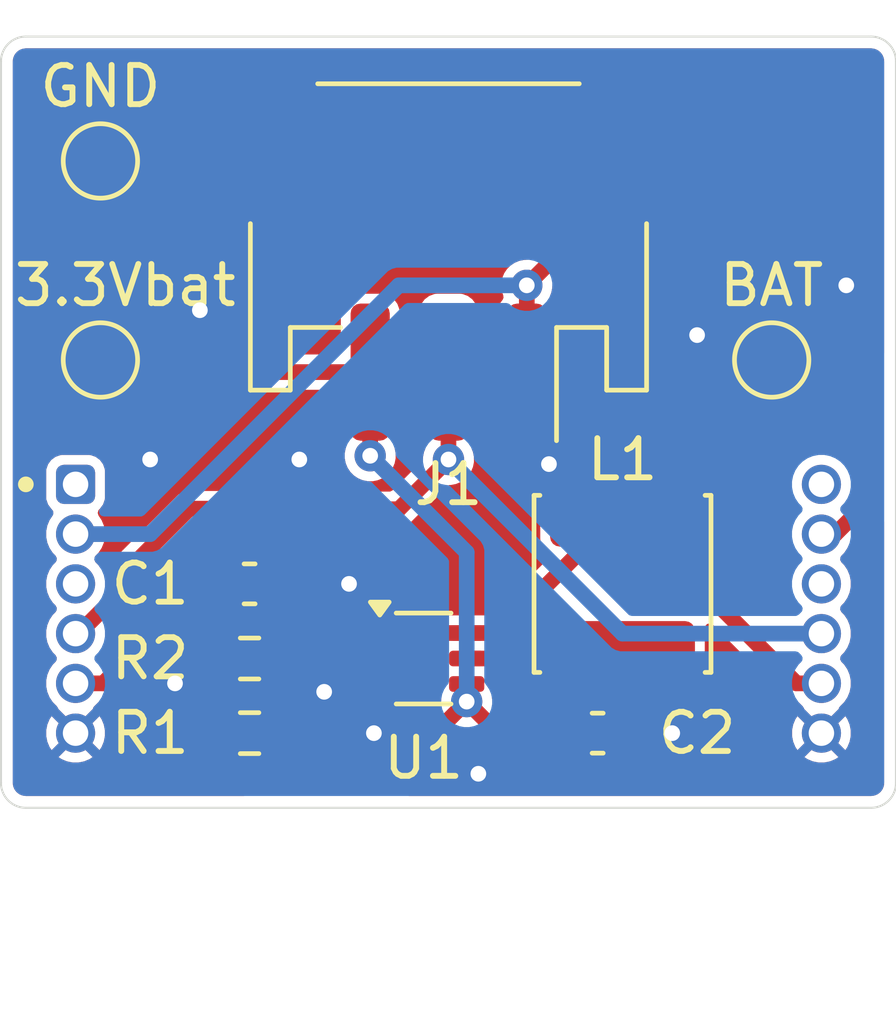
<source format=kicad_pcb>
(kicad_pcb (version 20241229) (generator "pcbnew") (generator_version "9.0")
  (layers (0 "F.Cu" signal) (2 "B.Cu" signal) (13 "F.Paste" user) (15 "B.Paste" user) (5 "F.SilkS" user "F.Silkscreen") (7 "B.SilkS" user "B.Silkscreen") (1 "F.Mask" user) (3 "B.Mask" user) (25 "Edge.Cuts" user))
  (net 0 "")
  (net 1 "GND")
  (net 2 "VBAT")
  (net 3 "/Vbat")
  (net 4 "3.3Vin")
  (net 5 "3.3Vout")
  (net 10 "Net-(U1-L)")
  (net 11 "Net-(U1-FB)")
  (footprint "Resistor_SMD:R_0603_1608Metric" (layer "F.Cu") (at 147.32 104.775)
    (property "Reference" "R1" (at -2.54 0 0) (layer "F.SilkS"))
    (property "Value" "1.2M")
    (fp_line (start -0.237258 -0.5225) (end 0.237258 -0.5225) (stroke (width 0.12)) (layer "F.SilkS"))
    (fp_line (start -0.237258 0.5225) (end 0.237258 0.5225) (stroke (width 0.12)) (layer "F.SilkS"))
    (pad "1" smd roundrect (at -0.825 0) (size 0.8 0.95) (layers "F.Cu" "F.Mask" "F.Paste") (net 3 "/Vbat"))
    (pad "2" smd roundrect (at 0.825 0) (size 0.8 0.95) (layers "F.Cu" "F.Mask" "F.Paste") (net 11 "Net-(U1-FB)"))
  )
  (footprint "Resistor_SMD:R_0603_1608Metric" (layer "F.Cu") (at 147.32 102.87 180)
    (property "Reference" "R2" (at 2.54 0 0) (layer "F.SilkS"))
    (property "Value" "220k")
    (fp_line (start -0.237258 0.5225) (end 0.237258 0.5225) (stroke (width 0.12)) (layer "F.SilkS"))
    (fp_line (start -0.237258 -0.5225) (end 0.237258 -0.5225) (stroke (width 0.12)) (layer "F.SilkS"))
    (pad "1" smd roundrect (at -0.825 0 180) (size 0.8 0.95) (layers "F.Cu" "F.Mask" "F.Paste") (net 11 "Net-(U1-FB)"))
    (pad "2" smd roundrect (at 0.825 0 180) (size 0.8 0.95) (layers "F.Cu" "F.Mask" "F.Paste") (net 1 "GND"))
  )
  (footprint "TestPoint:TestPoint_Pad_D1.5mm" (layer "F.Cu") (at 143.51 90.17)
    (property "Reference" "TP3" (hide yes))
    (property "Value" "GND" (at 0 -1.905 0) (layer "F.SilkS"))
    (fp_circle (center 0 0) (end 0 0.95) (stroke (width 0.12)) (fill no) (layer "F.SilkS"))
    (pad "1" smd circle (at 0 0) (size 1.5 1.5) (layers "F.Cu" "F.Mask") (net 1 "GND"))
  )
  (footprint "Capacitor_SMD:C_0603_1608Metric" (layer "F.Cu") (at 156.21 104.775)
    (property "Reference" "C2" (at 2.54 0 0) (layer "F.SilkS"))
    (property "Value" "10uF")
    (fp_line (start -0.14058 -0.51) (end 0.14058 -0.51) (stroke (width 0.12)) (layer "F.SilkS"))
    (fp_line (start -0.14058 0.51) (end 0.14058 0.51) (stroke (width 0.12)) (layer "F.SilkS"))
    (pad "1" smd roundrect (at -0.775 0) (size 0.9 0.95) (layers "F.Cu" "F.Mask" "F.Paste") (net 3 "/Vbat"))
    (pad "2" smd roundrect (at 0.775 0) (size 0.9 0.95) (layers "F.Cu" "F.Mask" "F.Paste") (net 1 "GND"))
  )
  (footprint "Capacitor_SMD:C_0603_1608Metric" (layer "F.Cu") (at 147.32 100.965 180)
    (property "Reference" "C1" (at 2.54 0 0) (layer "F.SilkS"))
    (property "Value" "10uF")
    (fp_line (start -0.14058 0.51) (end 0.14058 0.51) (stroke (width 0.12)) (layer "F.SilkS"))
    (fp_line (start -0.14058 -0.51) (end 0.14058 -0.51) (stroke (width 0.12)) (layer "F.SilkS"))
    (pad "1" smd roundrect (at -0.775 0 180) (size 0.9 0.95) (layers "F.Cu" "F.Mask" "F.Paste") (net 2 "VBAT"))
    (pad "2" smd roundrect (at 0.775 0 180) (size 0.9 0.95) (layers "F.Cu" "F.Mask" "F.Paste") (net 1 "GND"))
  )
  (footprint "Connector_JST:JST_PH_S3B-PH-SM4-TB_1x03-1MP_P2.00mm_Horizontal" (layer "F.Cu") (at 152.4 92.71 180)
    (property "Reference" "J1" (at 0 -5.715 0) (layer "F.SilkS"))
    (property "Value" "Ext. SW_SPDT")
    (fp_line (start 5.06 0.94) (end 5.06 -3.31) (stroke (width 0.12)) (layer "F.SilkS"))
    (fp_line (start 5.06 -3.31) (end 4.04 -3.31) (stroke (width 0.12)) (layer "F.SilkS"))
    (fp_line (start 4.04 -1.71) (end 2.76 -1.71) (stroke (width 0.12)) (layer "F.SilkS"))
    (fp_line (start 4.04 -3.31) (end 4.04 -1.71) (stroke (width 0.12)) (layer "F.SilkS"))
    (fp_line (start -2.76 -1.71) (end -2.76 -4.6) (stroke (width 0.12)) (layer "F.SilkS"))
    (fp_line (start -3.34 4.51) (end 3.34 4.51) (stroke (width 0.12)) (layer "F.SilkS"))
    (fp_line (start -4.04 -1.71) (end -2.76 -1.71) (stroke (width 0.12)) (layer "F.SilkS"))
    (fp_line (start -4.04 -3.31) (end -4.04 -1.71) (stroke (width 0.12)) (layer "F.SilkS"))
    (fp_line (start -5.06 0.94) (end -5.06 -3.31) (stroke (width 0.12)) (layer "F.SilkS"))
    (fp_line (start -5.06 -3.31) (end -4.04 -3.31) (stroke (width 0.12)) (layer "F.SilkS"))
    (pad "1" smd roundrect (at -2 -2.85 180) (size 1 3.5) (layers "F.Cu" "F.Mask" "F.Paste") (net 4 "3.3Vin"))
    (pad "2" smd roundrect (at 0 -2.85 180) (size 1 3.5) (layers "F.Cu" "F.Mask" "F.Paste") (net 5 "3.3Vout"))
    (pad "3" smd roundrect (at 2 -2.85 180) (size 1 3.5) (layers "F.Cu" "F.Mask" "F.Paste") (net 3 "/Vbat"))
    (pad "MP" smd roundrect (at -4.35 2.9 180) (size 1.5 3.4) (layers "F.Cu" "F.Mask" "F.Paste") (roundrect_rratio 0.166667))
    (pad "MP" smd roundrect (at 4.35 2.9 180) (size 1.5 3.4) (layers "F.Cu" "F.Mask" "F.Paste") (roundrect_rratio 0.166667))
  )
  (footprint "Package_TO_SOT_SMD:Texas_R-PDSO-G6" (layer "F.Cu") (at 151.765 102.87)
    (property "Reference" "U1" (at 0 2.54 0) (layer "F.SilkS"))
    (property "Value" "TPS61220DCK")
    (fp_line (start -0.7 -1.16) (end 0.7 -1.16) (stroke (width 0.12)) (layer "F.SilkS"))
    (fp_line (start -0.7 1.16) (end 0.7 1.16) (stroke (width 0.12)) (layer "F.SilkS"))
    (fp_poly (pts (xy -1.12 -1.11) (xy -1.36 -1.44) (xy -0.88 -1.44) (xy -1.12 -1.11)) (stroke (width 0.12)) (fill yes) (layer "F.SilkS"))
    (pad "1" smd roundrect (at -1.1 -0.65) (size 0.9 0.4) (layers "F.Cu" "F.Mask" "F.Paste") (net 2 "VBAT"))
    (pad "2" smd roundrect (at -1.1 0) (size 0.9 0.4) (layers "F.Cu" "F.Mask" "F.Paste") (net 11 "Net-(U1-FB)"))
    (pad "3" smd roundrect (at -1.1 0.65) (size 0.9 0.4) (layers "F.Cu" "F.Mask" "F.Paste") (net 1 "GND"))
    (pad "4" smd roundrect (at 1.1 0.65) (size 0.9 0.4) (layers "F.Cu" "F.Mask" "F.Paste") (net 3 "/Vbat"))
    (pad "5" smd roundrect (at 1.1 0) (size 0.9 0.4) (layers "F.Cu" "F.Mask" "F.Paste") (net 10 "Net-(U1-L)"))
    (pad "6" smd roundrect (at 1.1 -0.65) (size 0.9 0.4) (layers "F.Cu" "F.Mask" "F.Paste") (net 2 "VBAT"))
  )
  (footprint "Inductor_SMD:L_Changjiang_FNR4030S" (layer "F.Cu") (at 156.845 100.965 -90)
    (property "Reference" "L1" (at -3.175 0 180) (layer "F.SilkS"))
    (property "Value" "4.7uH")
    (fp_line (start -2.26 2.26) (end 2.26 2.26) (stroke (width 0.12)) (layer "F.SilkS"))
    (fp_line (start -2.26 2.26) (end -2.26 2.11) (stroke (width 0.12)) (layer "F.SilkS"))
    (fp_line (start 2.26 2.26) (end 2.26 2.11) (stroke (width 0.12)) (layer "F.SilkS"))
    (fp_line (start -2.26 -2.26) (end -2.26 -2.11) (stroke (width 0.12)) (layer "F.SilkS"))
    (fp_line (start -2.26 -2.26) (end 2.26 -2.26) (stroke (width 0.12)) (layer "F.SilkS"))
    (fp_line (start 2.26 -2.26) (end 2.26 -2.11) (stroke (width 0.12)) (layer "F.SilkS"))
    (pad "1" smd roundrect (at -1.5 0 270) (size 1.1 3.7) (layers "F.Cu" "F.Mask" "F.Paste") (roundrect_rratio 0.227273) (net 2 "VBAT"))
    (pad "2" smd roundrect (at 1.5 0 270) (size 1.1 3.7) (layers "F.Cu" "F.Mask" "F.Paste") (roundrect_rratio 0.227273) (net 10 "Net-(U1-L)"))
  )
  (footprint "ErgoSNM_Keyboard:SNM_Battery_board" (layer "F.Cu") (at 152.4 101.6)
    (property "Reference" "M1" (hide yes))
    (property "Value" "~")
    (pad "1" thru_hole roundrect (at -9.525 -3.175) (size 1 1) (drill 0.65) (layers "*.Cu" "*.Mask") (roundrect_rratio 0.2))
    (pad "2" thru_hole circle (at -9.525 -1.905) (size 1 1) (drill 0.65) (layers "*.Cu" "*.Mask") (net 4 "3.3Vin"))
    (pad "3" thru_hole circle (at -9.525 -0.635) (size 1 1) (drill 0.65) (layers "*.Cu" "*.Mask"))
    (pad "4" thru_hole circle (at -9.525 0.635) (size 1 1) (drill 0.65) (layers "*.Cu" "*.Mask") (net 5 "3.3Vout"))
    (pad "5" thru_hole circle (at -9.525 1.905) (size 1 1) (drill 0.65) (layers "*.Cu" "*.Mask") (net 2 "VBAT"))
    (pad "6" thru_hole circle (at -9.525 3.175) (size 1 1) (drill 0.65) (layers "*.Cu" "*.Mask") (net 1 "GND"))
    (pad "7" thru_hole circle (at 9.525 -3.175) (size 1 1) (drill 0.65) (layers "*.Cu" "*.Mask"))
    (pad "8" thru_hole circle (at 9.525 -1.905) (size 1 1) (drill 0.65) (layers "*.Cu" "*.Mask") (net 4 "3.3Vin"))
    (pad "9" thru_hole circle (at 9.525 -0.635) (size 1 1) (drill 0.65) (layers "*.Cu" "*.Mask"))
    (pad "10" thru_hole circle (at 9.525 0.635) (size 1 1) (drill 0.65) (layers "*.Cu" "*.Mask") (net 5 "3.3Vout"))
    (pad "11" thru_hole circle (at 9.525 1.905) (size 1 1) (drill 0.65) (layers "*.Cu" "*.Mask") (net 2 "VBAT"))
    (pad "12" thru_hole circle (at 9.525 3.175) (size 1 1) (drill 0.65) (layers "*.Cu" "*.Mask") (net 1 "GND"))
  )
  (footprint "TestPoint:TestPoint_Pad_D1.5mm" (layer "F.Cu") (at 160.655 95.25)
    (property "Reference" "TP1" (hide yes))
    (property "Value" "BAT" (at 0 -1.905 0) (layer "F.SilkS"))
    (fp_circle (center 0 0) (end 0 0.95) (stroke (width 0.12)) (fill no) (layer "F.SilkS"))
    (pad "1" smd circle (at 0 0) (size 1.5 1.5) (layers "F.Cu" "F.Mask") (net 2 "VBAT"))
  )
  (footprint "TestPoint:TestPoint_Pad_D1.5mm" (layer "F.Cu") (at 143.51 95.25)
    (property "Reference" "TP2" (hide yes))
    (property "Value" "3.3Vbat" (at 0.635 -1.905 0) (layer "F.SilkS"))
    (fp_circle (center 0 0) (end 0 0.95) (stroke (width 0.12)) (fill no) (layer "F.SilkS"))
    (pad "1" smd circle (at 0 0) (size 1.5 1.5) (layers "F.Cu" "F.Mask") (net 3 "/Vbat"))
  )
  (gr_circle (center 141.605 98.425) (end 141.805 98.425) (fill yes) (layer "F.SilkS"))
  (gr_arc (start 140.970001 87.630001) (mid 141.155988 87.180988) (end 141.605001 86.995001) (stroke (width 0.05)) (layer "Edge.Cuts"))
  (gr_arc (start 141.605 106.68) (mid 141.155987 106.494013) (end 140.97 106.045) (stroke (width 0.05)) (layer "Edge.Cuts"))
  (gr_arc (start 163.83 106.045) (mid 163.644013 106.494013) (end 163.195 106.68) (stroke (width 0.05)) (layer "Edge.Cuts"))
  (gr_line (start 141.605001 86.995001) (end 163.195 86.995001) (stroke (width 0.05)) (layer "Edge.Cuts"))
  (gr_line (start 140.97 106.045) (end 140.970001 87.63) (stroke (width 0.05)) (layer "Edge.Cuts"))
  (gr_line (start 163.829999 87.630001) (end 163.83 106.045) (stroke (width 0.05)) (layer "Edge.Cuts"))
  (gr_line (start 163.195 106.68) (end 141.605 106.68) (stroke (width 0.05)) (layer "Edge.Cuts"))
  (gr_arc (start 163.194999 86.995001) (mid 163.644012 87.180988) (end 163.829999 87.630001) (stroke (width 0.05)) (layer "Edge.Cuts"))
  (via (at 145.415 103.505) (size 0.8) (drill 0.4) (layers "F.Cu" "B.Cu") (net 1))
  (via (at 149.86 100.965) (size 0.8) (drill 0.4) (layers "F.Cu" "B.Cu") (net 1))
  (via (at 146.05 93.98) (size 0.8) (drill 0.4) (layers "F.Cu" "B.Cu") (net 1))
  (via (at 153.163106 105.811797) (size 0.8) (drill 0.4) (layers "F.Cu" "B.Cu") (net 1))
  (via (at 148.59 97.79) (size 0.8) (drill 0.4) (layers "F.Cu" "B.Cu") (net 1))
  (via (at 158.75 94.615) (size 0.8) (drill 0.4) (layers "F.Cu" "B.Cu") (net 1))
  (via (at 158.115 104.775) (size 0.8) (drill 0.4) (layers "F.Cu" "B.Cu") (net 1))
  (via (at 154.966203 97.907614) (size 0.8) (drill 0.4) (layers "F.Cu" "B.Cu") (net 1))
  (via (at 144.78 97.79) (size 0.8) (drill 0.4) (layers "F.Cu" "B.Cu") (net 1))
  (via (at 162.56 93.345) (size 0.8) (drill 0.4) (layers "F.Cu" "B.Cu") (net 1))
  (via (at 149.225 103.72) (size 0.8) (drill 0.4) (layers "F.Cu" "B.Cu") (net 1))
  (via (at 150.495 104.775) (size 0.8) (drill 0.4) (layers "F.Cu" "B.Cu") (net 1))
  (segment (start 161.29 103.505) (end 157.25 99.465) (width 0.4) (layer "F.Cu") (net 2))
  (segment (start 152.865 102.22) (end 153.685 102.22) (width 0.4) (layer "F.Cu") (net 2))
  (segment (start 142.875 103.505) (end 143.582106 103.505) (width 0.4) (layer "F.Cu") (net 2))
  (segment (start 146.05 99.695) (end 146.825 99.695) (width 0.4) (layer "F.Cu") (net 2))
  (segment (start 144.78 102.307106) (end 144.78 100.965) (width 0.4) (layer "F.Cu") (net 2))
  (segment (start 148.095 100.965) (end 149.35 102.22) (width 0.4) (layer "F.Cu") (net 2))
  (segment (start 156.845 99.06) (end 156.845 99.465) (width 0.4) (layer "F.Cu") (net 2))
  (segment (start 153.685 102.22) (end 156.44 99.465) (width 0.4) (layer "F.Cu") (net 2))
  (segment (start 157.25 99.465) (end 156.845 99.465) (width 0.4) (layer "F.Cu") (net 2))
  (segment (start 152.865 102.22) (end 150.665 102.22) (width 0.4) (layer "F.Cu") (net 2))
  (segment (start 149.35 102.22) (end 150.665 102.22) (width 0.4) (layer "F.Cu") (net 2))
  (segment (start 161.925 103.505) (end 161.29 103.505) (width 0.4) (layer "F.Cu") (net 2))
  (segment (start 143.582106 103.505) (end 144.78 102.307106) (width 0.4) (layer "F.Cu") (net 2))
  (segment (start 144.78 100.965) (end 146.05 99.695) (width 0.4) (layer "F.Cu") (net 2))
  (segment (start 156.44 99.465) (end 156.845 99.465) (width 0.4) (layer "F.Cu") (net 2))
  (segment (start 146.825 99.695) (end 148.095 100.965) (width 0.4) (layer "F.Cu") (net 2))
  (segment (start 160.655 95.25) (end 156.845 99.06) (width 0.4) (layer "F.Cu") (net 2))
  (segment (start 153.67 104.775) (end 155.435 104.775) (width 0.4) (layer "F.Cu") (net 3))
  (segment (start 146.495 104.775) (end 147.765 106.045) (width 0.4) (layer "F.Cu") (net 3))
  (segment (start 143.82 95.56) (end 143.51 95.25) (width 0.4) (layer "F.Cu") (net 3))
  (segment (start 150.79 106.045) (end 152.865 103.97) (width 0.4) (layer "F.Cu") (net 3))
  (segment (start 147.765 106.045) (end 150.79 106.045) (width 0.4) (layer "F.Cu") (net 3))
  (segment (start 150.4 95.56) (end 143.82 95.56) (width 0.4) (layer "F.Cu") (net 3))
  (segment (start 152.865 103.52) (end 152.865 103.97) (width 0.4) (layer "F.Cu") (net 3))
  (segment (start 152.865 103.97) (end 153.67 104.775) (width 0.4) (layer "F.Cu") (net 3))
  (segment (start 150.4 97.695) (end 150.4 95.56) (width 0.4) (layer "F.Cu") (net 3))
  (via (at 152.865 103.97) (size 0.8) (drill 0.4) (layers "F.Cu" "B.Cu") (net 3))
  (via (at 150.4 97.695) (size 0.8) (drill 0.4) (layers "F.Cu" "B.Cu") (net 3))
  (segment (start 152.865 100.16) (end 152.865 103.97) (width 0.4) (layer "B.Cu") (net 3))
  (segment (start 150.4 97.695) (end 152.865 100.16) (width 0.4) (layer "B.Cu") (net 3))
  (segment (start 160.234236 92.71) (end 163.195 95.670764) (width 0.4) (layer "F.Cu") (net 4))
  (segment (start 163.195 98.779959) (end 162.279959 99.695) (width 0.4) (layer "F.Cu") (net 4))
  (segment (start 154.4 93.345) (end 154.4 95.56) (width 0.4) (layer "F.Cu") (net 4))
  (segment (start 154.4 93.345) (end 155.035 92.71) (width 0.4) (layer "F.Cu") (net 4))
  (segment (start 155.035 92.71) (end 160.234236 92.71) (width 0.4) (layer "F.Cu") (net 4))
  (segment (start 163.195 95.670764) (end 163.195 98.779959) (width 0.4) (layer "F.Cu") (net 4))
  (segment (start 162.279959 99.695) (end 161.925 99.695) (width 0.4) (layer "F.Cu") (net 4))
  (via (at 154.4 93.345) (size 0.8) (drill 0.4) (layers "F.Cu" "B.Cu") (net 4))
  (segment (start 151.13 93.345) (end 144.78 99.695) (width 0.4) (layer "B.Cu") (net 4))
  (segment (start 154.4 93.345) (end 151.13 93.345) (width 0.4) (layer "B.Cu") (net 4))
  (segment (start 144.78 99.695) (end 142.875 99.695) (width 0.4) (layer "B.Cu") (net 4))
  (segment (start 151.13 99.06) (end 147.110654 99.06) (width 0.4) (layer "F.Cu") (net 5))
  (segment (start 147.094653 99.044) (end 145.780346 99.044) (width 0.4) (layer "F.Cu") (net 5))
  (segment (start 147.110654 99.06) (end 147.094653 99.044) (width 0.4) (layer "F.Cu") (net 5))
  (segment (start 144.129 100.695346) (end 144.129 101.055918) (width 0.4) (layer "F.Cu") (net 5))
  (segment (start 144.129 101.055918) (end 142.875 102.309918) (width 0.4) (layer "F.Cu") (net 5))
  (segment (start 145.780346 99.044) (end 145.764346 99.06) (width 0.4) (layer "F.Cu") (net 5))
  (segment (start 147.094653 99.044) (end 147.094654 99.044) (width 0.4) (layer "F.Cu") (net 5))
  (segment (start 142.875 102.309918) (end 142.875 102.235) (width 0.4) (layer "F.Cu") (net 5))
  (segment (start 152.4 95.56) (end 152.4 97.79) (width 0.4) (layer "F.Cu") (net 5))
  (segment (start 152.4 97.79) (end 151.13 99.06) (width 0.4) (layer "F.Cu") (net 5))
  (segment (start 145.764346 99.06) (end 145.764347 99.06) (width 0.4) (layer "F.Cu") (net 5))
  (segment (start 145.764347 99.06) (end 144.129 100.695346) (width 0.4) (layer "F.Cu") (net 5))
  (via (at 152.4 97.79) (size 0.8) (drill 0.4) (layers "F.Cu" "B.Cu") (net 5))
  (segment (start 161.925 102.235) (end 156.845 102.235) (width 0.4) (layer "B.Cu") (net 5))
  (segment (start 156.845 102.235) (end 152.4 97.79) (width 0.4) (layer "B.Cu") (net 5))
  (segment (start 152.865 102.87) (end 156.44 102.87) (width 0.4) (layer "F.Cu") (net 10))
  (segment (start 156.44 102.87) (end 156.845 102.465) (width 0.4) (layer "F.Cu") (net 10))
  (segment (start 148.145 102.87) (end 148.145 104.775) (width 0.4) (layer "F.Cu") (net 11))
  (segment (start 150.665 102.87) (end 148.145 102.87) (width 0.4) (layer "F.Cu") (net 11))
  (zone (net 1) (net_name "GND") (layers "F.Cu" "B.Cu") (connect_pads (clearance 0.25)) (min_thickness 0.25) (fill yes (thermal_gap 0.25) (thermal_bridge_width 0.25))
    (polygon (pts (xy 140.97 86.995) (xy 163.83 86.995) (xy 163.83 106.68) (xy 140.97 106.68)))
  )
)
</source>
